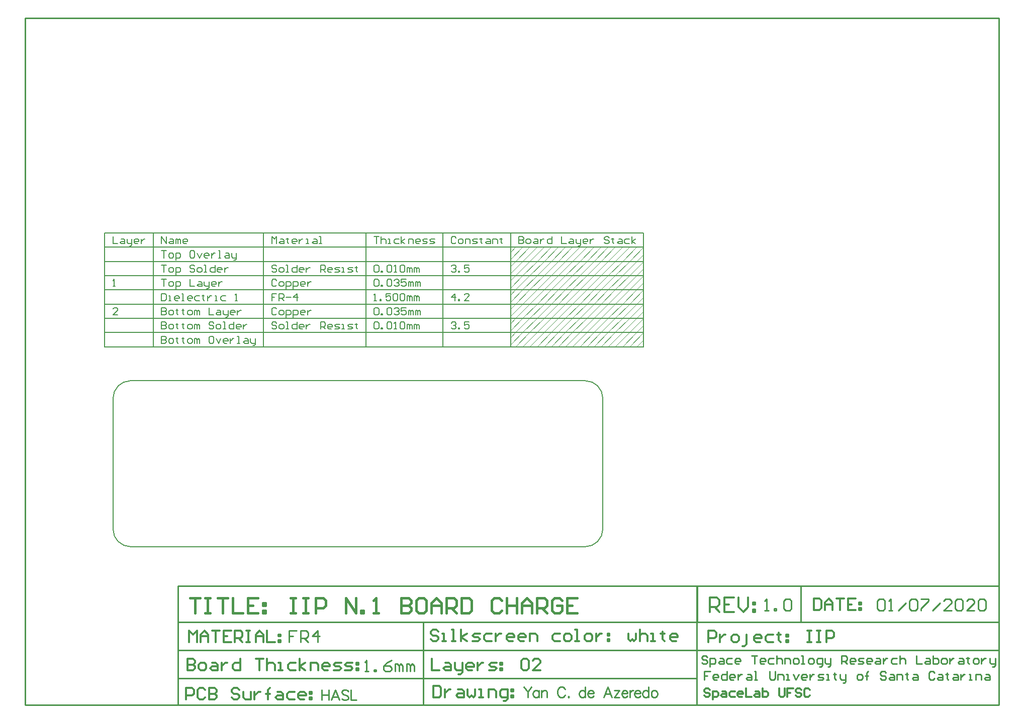
<source format=gm1>
G04*
G04 #@! TF.GenerationSoftware,Altium Limited,Altium Designer,20.2.6 (244)*
G04*
G04 Layer_Color=16711935*
%FSLAX25Y25*%
%MOIN*%
G70*
G04*
G04 #@! TF.SameCoordinates,3E3B523F-315C-4B3F-A4B6-921EA6806A06*
G04*
G04*
G04 #@! TF.FilePolarity,Positive*
G04*
G01*
G75*
%ADD10C,0.00787*%
%ADD11C,0.01000*%
%ADD14C,0.00100*%
%ADD15C,0.01299*%
%ADD16C,0.01378*%
%ADD17C,0.01575*%
D10*
X324803Y98418D02*
G03*
X312985Y110236I-11818J0D01*
G01*
X313050Y0D02*
G03*
X324803Y11754I0J11754D01*
G01*
X0Y11663D02*
G03*
X11663Y0I11663J0D01*
G01*
X11793Y110236D02*
G03*
X0Y98443I0J-11793D01*
G01*
X12696Y110236D02*
X312985D01*
X324803Y11754D02*
Y98418D01*
X11663Y0D02*
X313050D01*
X0Y11663D02*
Y25591D01*
Y92520D01*
X11793Y110236D02*
X12696D01*
X0Y92520D02*
Y98443D01*
X324803Y98418D02*
G03*
X312985Y110236I-11818J0D01*
G01*
X313050Y0D02*
G03*
X324803Y11754I0J11754D01*
G01*
X0Y11663D02*
G03*
X11663Y0I11663J0D01*
G01*
X11793Y110236D02*
G03*
X0Y98443I0J-11793D01*
G01*
X12696Y110236D02*
X312985D01*
X324803Y11754D02*
Y98418D01*
X11663Y0D02*
X313050D01*
X0Y11663D02*
Y25591D01*
Y92520D01*
X11793Y110236D02*
X12696D01*
X0Y92520D02*
Y98443D01*
X-5607Y198819D02*
X351780D01*
X-5607Y208268D02*
X351780D01*
X-5607Y132677D02*
Y208268D01*
Y132677D02*
X26670D01*
X-5607Y142126D02*
X26670D01*
X-5607Y151575D02*
X26670D01*
X-5607Y161024D02*
X26670D01*
X-5607Y170473D02*
X26670D01*
X-5607Y179921D02*
X26670D01*
X-5607Y189370D02*
X26670D01*
Y132677D02*
Y208268D01*
Y132677D02*
X99878D01*
X26670Y142126D02*
X99878D01*
X26670Y151575D02*
X99878D01*
X26670Y161024D02*
X99878D01*
X26670Y170473D02*
X99878D01*
X26670Y179921D02*
X99878D01*
X26670Y189370D02*
X99878D01*
Y132677D02*
Y208268D01*
Y132677D02*
X167577D01*
X99878Y142126D02*
X167577D01*
X99878Y151575D02*
X167577D01*
X99878Y161024D02*
X167577D01*
X99878Y170473D02*
X167577D01*
X99878Y179921D02*
X167577D01*
X99878Y189370D02*
X167577D01*
Y132677D02*
Y208268D01*
Y132677D02*
X218745D01*
X167577Y142126D02*
X218745D01*
X167577Y151575D02*
X218745D01*
X167577Y161024D02*
X218745D01*
X167577Y170473D02*
X218745D01*
X167577Y179921D02*
X218745D01*
X167577Y189370D02*
X218745D01*
Y132677D02*
Y208268D01*
Y132677D02*
X263615D01*
X218745Y142126D02*
X263615D01*
X218745Y151575D02*
X263615D01*
X218745Y161024D02*
X263615D01*
X218745Y170473D02*
X263615D01*
X218745Y179921D02*
X263615D01*
X218745Y189370D02*
X263615D01*
Y132677D02*
Y208268D01*
Y132677D02*
X351780D01*
X263615Y142126D02*
X351780D01*
X263615Y151575D02*
X351780D01*
X263615Y161024D02*
X351780D01*
X263615Y170473D02*
X351780D01*
X263615Y179921D02*
X351780D01*
X263615Y189370D02*
X351780D01*
Y132677D02*
Y208268D01*
X-95Y205904D02*
Y201181D01*
X3054D01*
X5415Y204330D02*
X6990D01*
X7777Y203542D01*
Y201181D01*
X5415D01*
X4628Y201968D01*
X5415Y202755D01*
X7777D01*
X9351Y204330D02*
Y201968D01*
X10138Y201181D01*
X12500D01*
Y200394D01*
X11712Y199607D01*
X10925D01*
X12500Y201181D02*
Y204330D01*
X16435Y201181D02*
X14861D01*
X14074Y201968D01*
Y203542D01*
X14861Y204330D01*
X16435D01*
X17222Y203542D01*
Y202755D01*
X14074D01*
X18797Y204330D02*
Y201181D01*
Y202755D01*
X19584Y203542D01*
X20371Y204330D01*
X21158D01*
X3054Y153937D02*
X-95D01*
X3054Y157086D01*
Y157873D01*
X2267Y158660D01*
X692D01*
X-95Y157873D01*
Y172835D02*
X1480D01*
X692D01*
Y177558D01*
X-95Y176770D01*
X32182Y201181D02*
Y205904D01*
X35331Y201181D01*
Y205904D01*
X37692Y204330D02*
X39266D01*
X40053Y203542D01*
Y201181D01*
X37692D01*
X36905Y201968D01*
X37692Y202755D01*
X40053D01*
X41628Y201181D02*
Y204330D01*
X42415D01*
X43202Y203542D01*
Y201181D01*
Y203542D01*
X43989Y204330D01*
X44776Y203542D01*
Y201181D01*
X48712D02*
X47138D01*
X46350Y201968D01*
Y203542D01*
X47138Y204330D01*
X48712D01*
X49499Y203542D01*
Y202755D01*
X46350D01*
X32182Y139762D02*
Y135039D01*
X34543D01*
X35331Y135827D01*
Y136614D01*
X34543Y137401D01*
X32182D01*
X34543D01*
X35331Y138188D01*
Y138975D01*
X34543Y139762D01*
X32182D01*
X37692Y135039D02*
X39266D01*
X40053Y135827D01*
Y137401D01*
X39266Y138188D01*
X37692D01*
X36905Y137401D01*
Y135827D01*
X37692Y135039D01*
X42415Y138975D02*
Y138188D01*
X41628D01*
X43202D01*
X42415D01*
Y135827D01*
X43202Y135039D01*
X46350Y138975D02*
Y138188D01*
X45563D01*
X47138D01*
X46350D01*
Y135827D01*
X47138Y135039D01*
X50286D02*
X51861D01*
X52648Y135827D01*
Y137401D01*
X51861Y138188D01*
X50286D01*
X49499Y137401D01*
Y135827D01*
X50286Y135039D01*
X54222D02*
Y138188D01*
X55009D01*
X55796Y137401D01*
Y135039D01*
Y137401D01*
X56583Y138188D01*
X57371Y137401D01*
Y135039D01*
X66029Y139762D02*
X64455D01*
X63668Y138975D01*
Y135827D01*
X64455Y135039D01*
X66029D01*
X66816Y135827D01*
Y138975D01*
X66029Y139762D01*
X68391Y138188D02*
X69965Y135039D01*
X71539Y138188D01*
X75475Y135039D02*
X73901D01*
X73114Y135827D01*
Y137401D01*
X73901Y138188D01*
X75475D01*
X76262Y137401D01*
Y136614D01*
X73114D01*
X77836Y138188D02*
Y135039D01*
Y136614D01*
X78623Y137401D01*
X79411Y138188D01*
X80198D01*
X82559Y135039D02*
X84134D01*
X83346D01*
Y139762D01*
X82559D01*
X87282Y138188D02*
X88856D01*
X89644Y137401D01*
Y135039D01*
X87282D01*
X86495Y135827D01*
X87282Y136614D01*
X89644D01*
X91218Y138188D02*
Y135827D01*
X92005Y135039D01*
X94367D01*
Y134252D01*
X93579Y133465D01*
X92792D01*
X94367Y135039D02*
Y138188D01*
X32182Y149211D02*
Y144488D01*
X34543D01*
X35331Y145275D01*
Y146063D01*
X34543Y146850D01*
X32182D01*
X34543D01*
X35331Y147637D01*
Y148424D01*
X34543Y149211D01*
X32182D01*
X37692Y144488D02*
X39266D01*
X40053Y145275D01*
Y146850D01*
X39266Y147637D01*
X37692D01*
X36905Y146850D01*
Y145275D01*
X37692Y144488D01*
X42415Y148424D02*
Y147637D01*
X41628D01*
X43202D01*
X42415D01*
Y145275D01*
X43202Y144488D01*
X46350Y148424D02*
Y147637D01*
X45563D01*
X47138D01*
X46350D01*
Y145275D01*
X47138Y144488D01*
X50286D02*
X51861D01*
X52648Y145275D01*
Y146850D01*
X51861Y147637D01*
X50286D01*
X49499Y146850D01*
Y145275D01*
X50286Y144488D01*
X54222D02*
Y147637D01*
X55009D01*
X55796Y146850D01*
Y144488D01*
Y146850D01*
X56583Y147637D01*
X57371Y146850D01*
Y144488D01*
X66816Y148424D02*
X66029Y149211D01*
X64455D01*
X63668Y148424D01*
Y147637D01*
X64455Y146850D01*
X66029D01*
X66816Y146063D01*
Y145275D01*
X66029Y144488D01*
X64455D01*
X63668Y145275D01*
X69178Y144488D02*
X70752D01*
X71539Y145275D01*
Y146850D01*
X70752Y147637D01*
X69178D01*
X68391Y146850D01*
Y145275D01*
X69178Y144488D01*
X73114D02*
X74688D01*
X73901D01*
Y149211D01*
X73114D01*
X80198D02*
Y144488D01*
X77836D01*
X77049Y145275D01*
Y146850D01*
X77836Y147637D01*
X80198D01*
X84134Y144488D02*
X82559D01*
X81772Y145275D01*
Y146850D01*
X82559Y147637D01*
X84134D01*
X84921Y146850D01*
Y146063D01*
X81772D01*
X86495Y147637D02*
Y144488D01*
Y146063D01*
X87282Y146850D01*
X88069Y147637D01*
X88856D01*
X32182Y158660D02*
Y153937D01*
X34543D01*
X35331Y154724D01*
Y155511D01*
X34543Y156298D01*
X32182D01*
X34543D01*
X35331Y157086D01*
Y157873D01*
X34543Y158660D01*
X32182D01*
X37692Y153937D02*
X39266D01*
X40053Y154724D01*
Y156298D01*
X39266Y157086D01*
X37692D01*
X36905Y156298D01*
Y154724D01*
X37692Y153937D01*
X42415Y157873D02*
Y157086D01*
X41628D01*
X43202D01*
X42415D01*
Y154724D01*
X43202Y153937D01*
X46350Y157873D02*
Y157086D01*
X45563D01*
X47138D01*
X46350D01*
Y154724D01*
X47138Y153937D01*
X50286D02*
X51861D01*
X52648Y154724D01*
Y156298D01*
X51861Y157086D01*
X50286D01*
X49499Y156298D01*
Y154724D01*
X50286Y153937D01*
X54222D02*
Y157086D01*
X55009D01*
X55796Y156298D01*
Y153937D01*
Y156298D01*
X56583Y157086D01*
X57371Y156298D01*
Y153937D01*
X63668Y158660D02*
Y153937D01*
X66816D01*
X69178Y157086D02*
X70752D01*
X71539Y156298D01*
Y153937D01*
X69178D01*
X68391Y154724D01*
X69178Y155511D01*
X71539D01*
X73114Y157086D02*
Y154724D01*
X73901Y153937D01*
X76262D01*
Y153150D01*
X75475Y152363D01*
X74688D01*
X76262Y153937D02*
Y157086D01*
X80198Y153937D02*
X78623D01*
X77836Y154724D01*
Y156298D01*
X78623Y157086D01*
X80198D01*
X80985Y156298D01*
Y155511D01*
X77836D01*
X82559Y157086D02*
Y153937D01*
Y155511D01*
X83346Y156298D01*
X84134Y157086D01*
X84921D01*
X32182Y168109D02*
Y163386D01*
X34543D01*
X35331Y164173D01*
Y167322D01*
X34543Y168109D01*
X32182D01*
X36905Y163386D02*
X38479D01*
X37692D01*
Y166534D01*
X36905D01*
X43202Y163386D02*
X41628D01*
X40841Y164173D01*
Y165747D01*
X41628Y166534D01*
X43202D01*
X43989Y165747D01*
Y164960D01*
X40841D01*
X45563Y163386D02*
X47138D01*
X46350D01*
Y168109D01*
X45563D01*
X51861Y163386D02*
X50286D01*
X49499Y164173D01*
Y165747D01*
X50286Y166534D01*
X51861D01*
X52648Y165747D01*
Y164960D01*
X49499D01*
X57371Y166534D02*
X55009D01*
X54222Y165747D01*
Y164173D01*
X55009Y163386D01*
X57371D01*
X59732Y167322D02*
Y166534D01*
X58945D01*
X60519D01*
X59732D01*
Y164173D01*
X60519Y163386D01*
X62881Y166534D02*
Y163386D01*
Y164960D01*
X63668Y165747D01*
X64455Y166534D01*
X65242D01*
X67603Y163386D02*
X69178D01*
X68391D01*
Y166534D01*
X67603D01*
X74688D02*
X72326D01*
X71539Y165747D01*
Y164173D01*
X72326Y163386D01*
X74688D01*
X80985D02*
X82559D01*
X81772D01*
Y168109D01*
X80985Y167322D01*
X32182Y177558D02*
X35331D01*
X33756D01*
Y172835D01*
X37692D02*
X39266D01*
X40053Y173622D01*
Y175196D01*
X39266Y175983D01*
X37692D01*
X36905Y175196D01*
Y173622D01*
X37692Y172835D01*
X41628Y171260D02*
Y175983D01*
X43989D01*
X44776Y175196D01*
Y173622D01*
X43989Y172835D01*
X41628D01*
X51073Y177558D02*
Y172835D01*
X54222D01*
X56583Y175983D02*
X58158D01*
X58945Y175196D01*
Y172835D01*
X56583D01*
X55796Y173622D01*
X56583Y174409D01*
X58945D01*
X60519Y175983D02*
Y173622D01*
X61306Y172835D01*
X63668D01*
Y172047D01*
X62881Y171260D01*
X62093D01*
X63668Y172835D02*
Y175983D01*
X67603Y172835D02*
X66029D01*
X65242Y173622D01*
Y175196D01*
X66029Y175983D01*
X67603D01*
X68391Y175196D01*
Y174409D01*
X65242D01*
X69965Y175983D02*
Y172835D01*
Y174409D01*
X70752Y175196D01*
X71539Y175983D01*
X72326D01*
X32182Y187006D02*
X35331D01*
X33756D01*
Y182283D01*
X37692D02*
X39266D01*
X40053Y183071D01*
Y184645D01*
X39266Y185432D01*
X37692D01*
X36905Y184645D01*
Y183071D01*
X37692Y182283D01*
X41628Y180709D02*
Y185432D01*
X43989D01*
X44776Y184645D01*
Y183071D01*
X43989Y182283D01*
X41628D01*
X54222Y186219D02*
X53435Y187006D01*
X51860D01*
X51073Y186219D01*
Y185432D01*
X51860Y184645D01*
X53435D01*
X54222Y183858D01*
Y183071D01*
X53435Y182283D01*
X51860D01*
X51073Y183071D01*
X56583Y182283D02*
X58158D01*
X58945Y183071D01*
Y184645D01*
X58158Y185432D01*
X56583D01*
X55796Y184645D01*
Y183071D01*
X56583Y182283D01*
X60519D02*
X62093D01*
X61306D01*
Y187006D01*
X60519D01*
X67603D02*
Y182283D01*
X65242D01*
X64455Y183071D01*
Y184645D01*
X65242Y185432D01*
X67603D01*
X71539Y182283D02*
X69965D01*
X69178Y183071D01*
Y184645D01*
X69965Y185432D01*
X71539D01*
X72326Y184645D01*
Y183858D01*
X69178D01*
X73901Y185432D02*
Y182283D01*
Y183858D01*
X74688Y184645D01*
X75475Y185432D01*
X76262D01*
X32182Y196455D02*
X35331D01*
X33756D01*
Y191732D01*
X37692D02*
X39266D01*
X40053Y192519D01*
Y194094D01*
X39266Y194881D01*
X37692D01*
X36905Y194094D01*
Y192519D01*
X37692Y191732D01*
X41628Y190158D02*
Y194881D01*
X43989D01*
X44776Y194094D01*
Y192519D01*
X43989Y191732D01*
X41628D01*
X53435Y196455D02*
X51860D01*
X51073Y195668D01*
Y192519D01*
X51860Y191732D01*
X53435D01*
X54222Y192519D01*
Y195668D01*
X53435Y196455D01*
X55796Y194881D02*
X57371Y191732D01*
X58945Y194881D01*
X62881Y191732D02*
X61306D01*
X60519Y192519D01*
Y194094D01*
X61306Y194881D01*
X62881D01*
X63668Y194094D01*
Y193307D01*
X60519D01*
X65242Y194881D02*
Y191732D01*
Y193307D01*
X66029Y194094D01*
X66816Y194881D01*
X67603D01*
X69965Y191732D02*
X71539D01*
X70752D01*
Y196455D01*
X69965D01*
X74688Y194881D02*
X76262D01*
X77049Y194094D01*
Y191732D01*
X74688D01*
X73901Y192519D01*
X74688Y193307D01*
X77049D01*
X78623Y194881D02*
Y192519D01*
X79411Y191732D01*
X81772D01*
Y190945D01*
X80985Y190158D01*
X80198D01*
X81772Y191732D02*
Y194881D01*
X105390Y201181D02*
Y205904D01*
X106964Y204330D01*
X108539Y205904D01*
Y201181D01*
X110900Y204330D02*
X112474D01*
X113262Y203542D01*
Y201181D01*
X110900D01*
X110113Y201968D01*
X110900Y202755D01*
X113262D01*
X115623Y205117D02*
Y204330D01*
X114836D01*
X116410D01*
X115623D01*
Y201968D01*
X116410Y201181D01*
X121133D02*
X119559D01*
X118772Y201968D01*
Y203542D01*
X119559Y204330D01*
X121133D01*
X121920Y203542D01*
Y202755D01*
X118772D01*
X123495Y204330D02*
Y201181D01*
Y202755D01*
X124282Y203542D01*
X125069Y204330D01*
X125856D01*
X128217Y201181D02*
X129792D01*
X129005D01*
Y204330D01*
X128217D01*
X132940D02*
X134514D01*
X135302Y203542D01*
Y201181D01*
X132940D01*
X132153Y201968D01*
X132940Y202755D01*
X135302D01*
X136876Y201181D02*
X138450D01*
X137663D01*
Y205904D01*
X136876D01*
X108539Y148424D02*
X107752Y149211D01*
X106177D01*
X105390Y148424D01*
Y147637D01*
X106177Y146850D01*
X107752D01*
X108539Y146063D01*
Y145275D01*
X107752Y144488D01*
X106177D01*
X105390Y145275D01*
X110900Y144488D02*
X112474D01*
X113262Y145275D01*
Y146850D01*
X112474Y147637D01*
X110900D01*
X110113Y146850D01*
Y145275D01*
X110900Y144488D01*
X114836D02*
X116410D01*
X115623D01*
Y149211D01*
X114836D01*
X121920D02*
Y144488D01*
X119559D01*
X118772Y145275D01*
Y146850D01*
X119559Y147637D01*
X121920D01*
X125856Y144488D02*
X124282D01*
X123495Y145275D01*
Y146850D01*
X124282Y147637D01*
X125856D01*
X126643Y146850D01*
Y146063D01*
X123495D01*
X128217Y147637D02*
Y144488D01*
Y146063D01*
X129005Y146850D01*
X129792Y147637D01*
X130579D01*
X137663Y144488D02*
Y149211D01*
X140025D01*
X140812Y148424D01*
Y146850D01*
X140025Y146063D01*
X137663D01*
X139237D02*
X140812Y144488D01*
X144747D02*
X143173D01*
X142386Y145275D01*
Y146850D01*
X143173Y147637D01*
X144747D01*
X145535Y146850D01*
Y146063D01*
X142386D01*
X147109Y144488D02*
X149470D01*
X150258Y145275D01*
X149470Y146063D01*
X147896D01*
X147109Y146850D01*
X147896Y147637D01*
X150258D01*
X151832Y144488D02*
X153406D01*
X152619D01*
Y147637D01*
X151832D01*
X155768Y144488D02*
X158129D01*
X158916Y145275D01*
X158129Y146063D01*
X156555D01*
X155768Y146850D01*
X156555Y147637D01*
X158916D01*
X161277Y148424D02*
Y147637D01*
X160490D01*
X162065D01*
X161277D01*
Y145275D01*
X162065Y144488D01*
X108539Y157873D02*
X107752Y158660D01*
X106177D01*
X105390Y157873D01*
Y154724D01*
X106177Y153937D01*
X107752D01*
X108539Y154724D01*
X110900Y153937D02*
X112474D01*
X113262Y154724D01*
Y156298D01*
X112474Y157086D01*
X110900D01*
X110113Y156298D01*
Y154724D01*
X110900Y153937D01*
X114836Y152363D02*
Y157086D01*
X117197D01*
X117984Y156298D01*
Y154724D01*
X117197Y153937D01*
X114836D01*
X119559Y152363D02*
Y157086D01*
X121920D01*
X122707Y156298D01*
Y154724D01*
X121920Y153937D01*
X119559D01*
X126643D02*
X125069D01*
X124282Y154724D01*
Y156298D01*
X125069Y157086D01*
X126643D01*
X127430Y156298D01*
Y155511D01*
X124282D01*
X129005Y157086D02*
Y153937D01*
Y155511D01*
X129792Y156298D01*
X130579Y157086D01*
X131366D01*
X108539Y168109D02*
X105390D01*
Y165747D01*
X106964D01*
X105390D01*
Y163386D01*
X110113D02*
Y168109D01*
X112474D01*
X113262Y167322D01*
Y165747D01*
X112474Y164960D01*
X110113D01*
X111687D02*
X113262Y163386D01*
X114836Y165747D02*
X117984D01*
X121920Y163386D02*
Y168109D01*
X119559Y165747D01*
X122707D01*
X108539Y176770D02*
X107752Y177558D01*
X106177D01*
X105390Y176770D01*
Y173622D01*
X106177Y172835D01*
X107752D01*
X108539Y173622D01*
X110900Y172835D02*
X112474D01*
X113262Y173622D01*
Y175196D01*
X112474Y175983D01*
X110900D01*
X110113Y175196D01*
Y173622D01*
X110900Y172835D01*
X114836Y171260D02*
Y175983D01*
X117197D01*
X117984Y175196D01*
Y173622D01*
X117197Y172835D01*
X114836D01*
X119559Y171260D02*
Y175983D01*
X121920D01*
X122707Y175196D01*
Y173622D01*
X121920Y172835D01*
X119559D01*
X126643D02*
X125069D01*
X124282Y173622D01*
Y175196D01*
X125069Y175983D01*
X126643D01*
X127430Y175196D01*
Y174409D01*
X124282D01*
X129005Y175983D02*
Y172835D01*
Y174409D01*
X129792Y175196D01*
X130579Y175983D01*
X131366D01*
X108539Y186219D02*
X107752Y187006D01*
X106177D01*
X105390Y186219D01*
Y185432D01*
X106177Y184645D01*
X107752D01*
X108539Y183858D01*
Y183071D01*
X107752Y182283D01*
X106177D01*
X105390Y183071D01*
X110900Y182283D02*
X112474D01*
X113262Y183071D01*
Y184645D01*
X112474Y185432D01*
X110900D01*
X110113Y184645D01*
Y183071D01*
X110900Y182283D01*
X114836D02*
X116410D01*
X115623D01*
Y187006D01*
X114836D01*
X121920D02*
Y182283D01*
X119559D01*
X118772Y183071D01*
Y184645D01*
X119559Y185432D01*
X121920D01*
X125856Y182283D02*
X124282D01*
X123495Y183071D01*
Y184645D01*
X124282Y185432D01*
X125856D01*
X126643Y184645D01*
Y183858D01*
X123495D01*
X128217Y185432D02*
Y182283D01*
Y183858D01*
X129005Y184645D01*
X129792Y185432D01*
X130579D01*
X137663Y182283D02*
Y187006D01*
X140025D01*
X140812Y186219D01*
Y184645D01*
X140025Y183858D01*
X137663D01*
X139237D02*
X140812Y182283D01*
X144747D02*
X143173D01*
X142386Y183071D01*
Y184645D01*
X143173Y185432D01*
X144747D01*
X145535Y184645D01*
Y183858D01*
X142386D01*
X147109Y182283D02*
X149470D01*
X150258Y183071D01*
X149470Y183858D01*
X147896D01*
X147109Y184645D01*
X147896Y185432D01*
X150258D01*
X151832Y182283D02*
X153406D01*
X152619D01*
Y185432D01*
X151832D01*
X155768Y182283D02*
X158129D01*
X158916Y183071D01*
X158129Y183858D01*
X156555D01*
X155768Y184645D01*
X156555Y185432D01*
X158916D01*
X161277Y186219D02*
Y185432D01*
X160490D01*
X162065D01*
X161277D01*
Y183071D01*
X162065Y182283D01*
X173088Y205904D02*
X176237D01*
X174663D01*
Y201181D01*
X177811Y205904D02*
Y201181D01*
Y203542D01*
X178598Y204330D01*
X180173D01*
X180960Y203542D01*
Y201181D01*
X182534D02*
X184108D01*
X183321D01*
Y204330D01*
X182534D01*
X189618D02*
X187257D01*
X186470Y203542D01*
Y201968D01*
X187257Y201181D01*
X189618D01*
X191193D02*
Y205904D01*
Y202755D02*
X193554Y204330D01*
X191193Y202755D02*
X193554Y201181D01*
X195916D02*
Y204330D01*
X198277D01*
X199064Y203542D01*
Y201181D01*
X203000D02*
X201426D01*
X200638Y201968D01*
Y203542D01*
X201426Y204330D01*
X203000D01*
X203787Y203542D01*
Y202755D01*
X200638D01*
X205361Y201181D02*
X207723D01*
X208510Y201968D01*
X207723Y202755D01*
X206149D01*
X205361Y203542D01*
X206149Y204330D01*
X208510D01*
X210084Y201181D02*
X212446D01*
X213233Y201968D01*
X212446Y202755D01*
X210871D01*
X210084Y203542D01*
X210871Y204330D01*
X213233D01*
X173088Y148424D02*
X173875Y149211D01*
X175450D01*
X176237Y148424D01*
Y145275D01*
X175450Y144488D01*
X173875D01*
X173088Y145275D01*
Y148424D01*
X177811Y144488D02*
Y145275D01*
X178598D01*
Y144488D01*
X177811D01*
X181747Y148424D02*
X182534Y149211D01*
X184108D01*
X184896Y148424D01*
Y145275D01*
X184108Y144488D01*
X182534D01*
X181747Y145275D01*
Y148424D01*
X186470Y144488D02*
X188044D01*
X187257D01*
Y149211D01*
X186470Y148424D01*
X190405D02*
X191193Y149211D01*
X192767D01*
X193554Y148424D01*
Y145275D01*
X192767Y144488D01*
X191193D01*
X190405Y145275D01*
Y148424D01*
X195128Y144488D02*
Y147637D01*
X195916D01*
X196703Y146850D01*
Y144488D01*
Y146850D01*
X197490Y147637D01*
X198277Y146850D01*
Y144488D01*
X199851D02*
Y147637D01*
X200638D01*
X201426Y146850D01*
Y144488D01*
Y146850D01*
X202213Y147637D01*
X203000Y146850D01*
Y144488D01*
X173088Y157873D02*
X173875Y158660D01*
X175450D01*
X176237Y157873D01*
Y154724D01*
X175450Y153937D01*
X173875D01*
X173088Y154724D01*
Y157873D01*
X177811Y153937D02*
Y154724D01*
X178598D01*
Y153937D01*
X177811D01*
X181747Y157873D02*
X182534Y158660D01*
X184108D01*
X184896Y157873D01*
Y154724D01*
X184108Y153937D01*
X182534D01*
X181747Y154724D01*
Y157873D01*
X186470D02*
X187257Y158660D01*
X188831D01*
X189618Y157873D01*
Y157086D01*
X188831Y156298D01*
X188044D01*
X188831D01*
X189618Y155511D01*
Y154724D01*
X188831Y153937D01*
X187257D01*
X186470Y154724D01*
X194341Y158660D02*
X191193D01*
Y156298D01*
X192767Y157086D01*
X193554D01*
X194341Y156298D01*
Y154724D01*
X193554Y153937D01*
X191980D01*
X191193Y154724D01*
X195916Y153937D02*
Y157086D01*
X196703D01*
X197490Y156298D01*
Y153937D01*
Y156298D01*
X198277Y157086D01*
X199064Y156298D01*
Y153937D01*
X200638D02*
Y157086D01*
X201426D01*
X202213Y156298D01*
Y153937D01*
Y156298D01*
X203000Y157086D01*
X203787Y156298D01*
Y153937D01*
X173088Y163386D02*
X174663D01*
X173875D01*
Y168109D01*
X173088Y167322D01*
X177024Y163386D02*
Y164173D01*
X177811D01*
Y163386D01*
X177024D01*
X184108Y168109D02*
X180960D01*
Y165747D01*
X182534Y166534D01*
X183321D01*
X184108Y165747D01*
Y164173D01*
X183321Y163386D01*
X181747D01*
X180960Y164173D01*
X185683Y167322D02*
X186470Y168109D01*
X188044D01*
X188831Y167322D01*
Y164173D01*
X188044Y163386D01*
X186470D01*
X185683Y164173D01*
Y167322D01*
X190405D02*
X191193Y168109D01*
X192767D01*
X193554Y167322D01*
Y164173D01*
X192767Y163386D01*
X191193D01*
X190405Y164173D01*
Y167322D01*
X195128Y163386D02*
Y166534D01*
X195916D01*
X196703Y165747D01*
Y163386D01*
Y165747D01*
X197490Y166534D01*
X198277Y165747D01*
Y163386D01*
X199851D02*
Y166534D01*
X200638D01*
X201426Y165747D01*
Y163386D01*
Y165747D01*
X202213Y166534D01*
X203000Y165747D01*
Y163386D01*
X173088Y176770D02*
X173875Y177558D01*
X175450D01*
X176237Y176770D01*
Y173622D01*
X175450Y172835D01*
X173875D01*
X173088Y173622D01*
Y176770D01*
X177811Y172835D02*
Y173622D01*
X178598D01*
Y172835D01*
X177811D01*
X181747Y176770D02*
X182534Y177558D01*
X184108D01*
X184896Y176770D01*
Y173622D01*
X184108Y172835D01*
X182534D01*
X181747Y173622D01*
Y176770D01*
X186470D02*
X187257Y177558D01*
X188831D01*
X189618Y176770D01*
Y175983D01*
X188831Y175196D01*
X188044D01*
X188831D01*
X189618Y174409D01*
Y173622D01*
X188831Y172835D01*
X187257D01*
X186470Y173622D01*
X194341Y177558D02*
X191193D01*
Y175196D01*
X192767Y175983D01*
X193554D01*
X194341Y175196D01*
Y173622D01*
X193554Y172835D01*
X191980D01*
X191193Y173622D01*
X195916Y172835D02*
Y175983D01*
X196703D01*
X197490Y175196D01*
Y172835D01*
Y175196D01*
X198277Y175983D01*
X199064Y175196D01*
Y172835D01*
X200638D02*
Y175983D01*
X201426D01*
X202213Y175196D01*
Y172835D01*
Y175196D01*
X203000Y175983D01*
X203787Y175196D01*
Y172835D01*
X173088Y186219D02*
X173875Y187006D01*
X175450D01*
X176237Y186219D01*
Y183071D01*
X175450Y182283D01*
X173875D01*
X173088Y183071D01*
Y186219D01*
X177811Y182283D02*
Y183071D01*
X178598D01*
Y182283D01*
X177811D01*
X181747Y186219D02*
X182534Y187006D01*
X184108D01*
X184896Y186219D01*
Y183071D01*
X184108Y182283D01*
X182534D01*
X181747Y183071D01*
Y186219D01*
X186470Y182283D02*
X188044D01*
X187257D01*
Y187006D01*
X186470Y186219D01*
X190405D02*
X191193Y187006D01*
X192767D01*
X193554Y186219D01*
Y183071D01*
X192767Y182283D01*
X191193D01*
X190405Y183071D01*
Y186219D01*
X195128Y182283D02*
Y185432D01*
X195916D01*
X196703Y184645D01*
Y182283D01*
Y184645D01*
X197490Y185432D01*
X198277Y184645D01*
Y182283D01*
X199851D02*
Y185432D01*
X200638D01*
X201426Y184645D01*
Y182283D01*
Y184645D01*
X202213Y185432D01*
X203000Y184645D01*
Y182283D01*
X227405Y205117D02*
X226618Y205904D01*
X225044D01*
X224256Y205117D01*
Y201968D01*
X225044Y201181D01*
X226618D01*
X227405Y201968D01*
X229766Y201181D02*
X231341D01*
X232128Y201968D01*
Y203542D01*
X231341Y204330D01*
X229766D01*
X228979Y203542D01*
Y201968D01*
X229766Y201181D01*
X233702D02*
Y204330D01*
X236064D01*
X236851Y203542D01*
Y201181D01*
X238425D02*
X240787D01*
X241574Y201968D01*
X240787Y202755D01*
X239212D01*
X238425Y203542D01*
X239212Y204330D01*
X241574D01*
X243935Y205117D02*
Y204330D01*
X243148D01*
X244722D01*
X243935D01*
Y201968D01*
X244722Y201181D01*
X247871Y204330D02*
X249445D01*
X250232Y203542D01*
Y201181D01*
X247871D01*
X247084Y201968D01*
X247871Y202755D01*
X250232D01*
X251806Y201181D02*
Y204330D01*
X254168D01*
X254955Y203542D01*
Y201181D01*
X257317Y205117D02*
Y204330D01*
X256529D01*
X258104D01*
X257317D01*
Y201968D01*
X258104Y201181D01*
X224256Y148424D02*
X225044Y149211D01*
X226618D01*
X227405Y148424D01*
Y147637D01*
X226618Y146850D01*
X225831D01*
X226618D01*
X227405Y146063D01*
Y145275D01*
X226618Y144488D01*
X225044D01*
X224256Y145275D01*
X228979Y144488D02*
Y145275D01*
X229766D01*
Y144488D01*
X228979D01*
X236064Y149211D02*
X232915D01*
Y146850D01*
X234489Y147637D01*
X235277D01*
X236064Y146850D01*
Y145275D01*
X235277Y144488D01*
X233702D01*
X232915Y145275D01*
X226618Y163386D02*
Y168109D01*
X224256Y165747D01*
X227405D01*
X228979Y163386D02*
Y164173D01*
X229766D01*
Y163386D01*
X228979D01*
X236064D02*
X232915D01*
X236064Y166534D01*
Y167322D01*
X235277Y168109D01*
X233702D01*
X232915Y167322D01*
X224256Y186219D02*
X225044Y187006D01*
X226618D01*
X227405Y186219D01*
Y185432D01*
X226618Y184645D01*
X225831D01*
X226618D01*
X227405Y183858D01*
Y183071D01*
X226618Y182283D01*
X225044D01*
X224256Y183071D01*
X228979Y182283D02*
Y183071D01*
X229766D01*
Y182283D01*
X228979D01*
X236064Y187006D02*
X232915D01*
Y184645D01*
X234489Y185432D01*
X235277D01*
X236064Y184645D01*
Y183071D01*
X235277Y182283D01*
X233702D01*
X232915Y183071D01*
X269127Y205904D02*
Y201181D01*
X271489D01*
X272276Y201968D01*
Y202755D01*
X271489Y203542D01*
X269127D01*
X271489D01*
X272276Y204330D01*
Y205117D01*
X271489Y205904D01*
X269127D01*
X274637Y201181D02*
X276212D01*
X276999Y201968D01*
Y203542D01*
X276212Y204330D01*
X274637D01*
X273850Y203542D01*
Y201968D01*
X274637Y201181D01*
X279360Y204330D02*
X280935D01*
X281722Y203542D01*
Y201181D01*
X279360D01*
X278573Y201968D01*
X279360Y202755D01*
X281722D01*
X283296Y204330D02*
Y201181D01*
Y202755D01*
X284083Y203542D01*
X284870Y204330D01*
X285657D01*
X291167Y205904D02*
Y201181D01*
X288806D01*
X288019Y201968D01*
Y203542D01*
X288806Y204330D01*
X291167D01*
X297465Y205904D02*
Y201181D01*
X300613D01*
X302975Y204330D02*
X304549D01*
X305336Y203542D01*
Y201181D01*
X302975D01*
X302187Y201968D01*
X302975Y202755D01*
X305336D01*
X306910Y204330D02*
Y201968D01*
X307698Y201181D01*
X310059D01*
Y200394D01*
X309272Y199607D01*
X308485D01*
X310059Y201181D02*
Y204330D01*
X313995Y201181D02*
X312420D01*
X311633Y201968D01*
Y203542D01*
X312420Y204330D01*
X313995D01*
X314782Y203542D01*
Y202755D01*
X311633D01*
X316356Y204330D02*
Y201181D01*
Y202755D01*
X317143Y203542D01*
X317930Y204330D01*
X318718D01*
X328951Y205117D02*
X328163Y205904D01*
X326589D01*
X325802Y205117D01*
Y204330D01*
X326589Y203542D01*
X328163D01*
X328951Y202755D01*
Y201968D01*
X328163Y201181D01*
X326589D01*
X325802Y201968D01*
X331312Y205117D02*
Y204330D01*
X330525D01*
X332099D01*
X331312D01*
Y201968D01*
X332099Y201181D01*
X335248Y204330D02*
X336822D01*
X337609Y203542D01*
Y201181D01*
X335248D01*
X334460Y201968D01*
X335248Y202755D01*
X337609D01*
X342332Y204330D02*
X339970D01*
X339183Y203542D01*
Y201968D01*
X339970Y201181D01*
X342332D01*
X343906D02*
Y205904D01*
Y202755D02*
X346268Y204330D01*
X343906Y202755D02*
X346268Y201181D01*
D11*
X456091Y-49502D02*
Y-25886D01*
X387303Y-49559D02*
Y-25937D01*
X587402Y-104764D02*
Y350934D01*
X-58268Y-105118D02*
Y350934D01*
X587402D01*
X42913Y-25937D02*
X587095D01*
X43406Y-49895D02*
X586672Y-49895D01*
X43209Y-68645D02*
X587095Y-68645D01*
X387095Y-104724D02*
Y-26133D01*
X43209Y-87395D02*
X386811Y-87395D01*
X205845Y-104823D02*
Y-49895D01*
X42913Y-105118D02*
Y-25937D01*
X-58268Y-105118D02*
X587402D01*
X395898Y-82876D02*
X392224D01*
Y-85631D01*
X394061D01*
X392224D01*
Y-88386D01*
X400489D02*
X398653D01*
X397734Y-87467D01*
Y-85631D01*
X398653Y-84712D01*
X400489D01*
X401408Y-85631D01*
Y-86549D01*
X397734D01*
X406918Y-82876D02*
Y-88386D01*
X404163D01*
X403244Y-87467D01*
Y-85631D01*
X404163Y-84712D01*
X406918D01*
X411510Y-88386D02*
X409673D01*
X408754Y-87467D01*
Y-85631D01*
X409673Y-84712D01*
X411510D01*
X412428Y-85631D01*
Y-86549D01*
X408754D01*
X414264Y-84712D02*
Y-88386D01*
Y-86549D01*
X415183Y-85631D01*
X416101Y-84712D01*
X417020D01*
X420693D02*
X422530D01*
X423448Y-85631D01*
Y-88386D01*
X420693D01*
X419775Y-87467D01*
X420693Y-86549D01*
X423448D01*
X425285Y-88386D02*
X427121D01*
X426203D01*
Y-82876D01*
X425285D01*
X435386D02*
Y-87467D01*
X436305Y-88386D01*
X438141D01*
X439060Y-87467D01*
Y-82876D01*
X440896Y-88386D02*
Y-84712D01*
X443651D01*
X444570Y-85631D01*
Y-88386D01*
X446406D02*
X448243D01*
X447325D01*
Y-84712D01*
X446406D01*
X450998D02*
X452835Y-88386D01*
X454671Y-84712D01*
X459263Y-88386D02*
X457426D01*
X456508Y-87467D01*
Y-85631D01*
X457426Y-84712D01*
X459263D01*
X460181Y-85631D01*
Y-86549D01*
X456508D01*
X462018Y-84712D02*
Y-88386D01*
Y-86549D01*
X462936Y-85631D01*
X463855Y-84712D01*
X464773D01*
X467528Y-88386D02*
X470283D01*
X471202Y-87467D01*
X470283Y-86549D01*
X468446D01*
X467528Y-85631D01*
X468446Y-84712D01*
X471202D01*
X473038Y-88386D02*
X474875D01*
X473956D01*
Y-84712D01*
X473038D01*
X478548Y-83794D02*
Y-84712D01*
X477630D01*
X479467D01*
X478548D01*
Y-87467D01*
X479467Y-88386D01*
X482222Y-84712D02*
Y-87467D01*
X483140Y-88386D01*
X485895D01*
Y-89304D01*
X484977Y-90223D01*
X484058D01*
X485895Y-88386D02*
Y-84712D01*
X494160Y-88386D02*
X495997D01*
X496915Y-87467D01*
Y-85631D01*
X495997Y-84712D01*
X494160D01*
X493242Y-85631D01*
Y-87467D01*
X494160Y-88386D01*
X499670D02*
Y-83794D01*
Y-85631D01*
X498752D01*
X500588D01*
X499670D01*
Y-83794D01*
X500588Y-82876D01*
X512527Y-83794D02*
X511608Y-82876D01*
X509772D01*
X508853Y-83794D01*
Y-84712D01*
X509772Y-85631D01*
X511608D01*
X512527Y-86549D01*
Y-87467D01*
X511608Y-88386D01*
X509772D01*
X508853Y-87467D01*
X515282Y-84712D02*
X517118D01*
X518037Y-85631D01*
Y-88386D01*
X515282D01*
X514363Y-87467D01*
X515282Y-86549D01*
X518037D01*
X519873Y-88386D02*
Y-84712D01*
X522628D01*
X523547Y-85631D01*
Y-88386D01*
X526302Y-83794D02*
Y-84712D01*
X525384D01*
X527220D01*
X526302D01*
Y-87467D01*
X527220Y-88386D01*
X530894Y-84712D02*
X532730D01*
X533648Y-85631D01*
Y-88386D01*
X530894D01*
X529975Y-87467D01*
X530894Y-86549D01*
X533648D01*
X544669Y-83794D02*
X543750Y-82876D01*
X541914D01*
X540995Y-83794D01*
Y-87467D01*
X541914Y-88386D01*
X543750D01*
X544669Y-87467D01*
X547424Y-84712D02*
X549260D01*
X550179Y-85631D01*
Y-88386D01*
X547424D01*
X546505Y-87467D01*
X547424Y-86549D01*
X550179D01*
X552934Y-83794D02*
Y-84712D01*
X552015D01*
X553852D01*
X552934D01*
Y-87467D01*
X553852Y-88386D01*
X557525Y-84712D02*
X559362D01*
X560280Y-85631D01*
Y-88386D01*
X557525D01*
X556607Y-87467D01*
X557525Y-86549D01*
X560280D01*
X562117Y-84712D02*
Y-88386D01*
Y-86549D01*
X563035Y-85631D01*
X563954Y-84712D01*
X564872D01*
X567627Y-88386D02*
X569464D01*
X568545D01*
Y-84712D01*
X567627D01*
X572219Y-88386D02*
Y-84712D01*
X574974D01*
X575892Y-85631D01*
Y-88386D01*
X578647Y-84712D02*
X580484D01*
X581402Y-85631D01*
Y-88386D01*
X578647D01*
X577729Y-87467D01*
X578647Y-86549D01*
X581402D01*
X394028Y-73263D02*
X393109Y-72344D01*
X391273D01*
X390354Y-73263D01*
Y-74181D01*
X391273Y-75099D01*
X393109D01*
X394028Y-76018D01*
Y-76936D01*
X393109Y-77854D01*
X391273D01*
X390354Y-76936D01*
X395864Y-79691D02*
Y-74181D01*
X398619D01*
X399538Y-75099D01*
Y-76936D01*
X398619Y-77854D01*
X395864D01*
X402293Y-74181D02*
X404129D01*
X405048Y-75099D01*
Y-77854D01*
X402293D01*
X401374Y-76936D01*
X402293Y-76018D01*
X405048D01*
X410558Y-74181D02*
X407803D01*
X406884Y-75099D01*
Y-76936D01*
X407803Y-77854D01*
X410558D01*
X415149D02*
X413313D01*
X412394Y-76936D01*
Y-75099D01*
X413313Y-74181D01*
X415149D01*
X416068Y-75099D01*
Y-76018D01*
X412394D01*
X423415Y-72344D02*
X427088D01*
X425251D01*
Y-77854D01*
X431680D02*
X429843D01*
X428925Y-76936D01*
Y-75099D01*
X429843Y-74181D01*
X431680D01*
X432598Y-75099D01*
Y-76018D01*
X428925D01*
X438108Y-74181D02*
X435353D01*
X434435Y-75099D01*
Y-76936D01*
X435353Y-77854D01*
X438108D01*
X439945Y-72344D02*
Y-77854D01*
Y-75099D01*
X440863Y-74181D01*
X442700D01*
X443618Y-75099D01*
Y-77854D01*
X445455D02*
Y-74181D01*
X448210D01*
X449128Y-75099D01*
Y-77854D01*
X451883D02*
X453720D01*
X454638Y-76936D01*
Y-75099D01*
X453720Y-74181D01*
X451883D01*
X450965Y-75099D01*
Y-76936D01*
X451883Y-77854D01*
X456475D02*
X458311D01*
X457393D01*
Y-72344D01*
X456475D01*
X461985Y-77854D02*
X463821D01*
X464740Y-76936D01*
Y-75099D01*
X463821Y-74181D01*
X461985D01*
X461066Y-75099D01*
Y-76936D01*
X461985Y-77854D01*
X468413Y-79691D02*
X469331D01*
X470250Y-78773D01*
Y-74181D01*
X467495D01*
X466576Y-75099D01*
Y-76936D01*
X467495Y-77854D01*
X470250D01*
X472086Y-74181D02*
Y-76936D01*
X473005Y-77854D01*
X475760D01*
Y-78773D01*
X474841Y-79691D01*
X473923D01*
X475760Y-77854D02*
Y-74181D01*
X483107Y-77854D02*
Y-72344D01*
X485861D01*
X486780Y-73263D01*
Y-75099D01*
X485861Y-76018D01*
X483107D01*
X484943D02*
X486780Y-77854D01*
X491371D02*
X489535D01*
X488617Y-76936D01*
Y-75099D01*
X489535Y-74181D01*
X491371D01*
X492290Y-75099D01*
Y-76018D01*
X488617D01*
X494127Y-77854D02*
X496882D01*
X497800Y-76936D01*
X496882Y-76018D01*
X495045D01*
X494127Y-75099D01*
X495045Y-74181D01*
X497800D01*
X502392Y-77854D02*
X500555D01*
X499637Y-76936D01*
Y-75099D01*
X500555Y-74181D01*
X502392D01*
X503310Y-75099D01*
Y-76018D01*
X499637D01*
X506065Y-74181D02*
X507902D01*
X508820Y-75099D01*
Y-77854D01*
X506065D01*
X505147Y-76936D01*
X506065Y-76018D01*
X508820D01*
X510657Y-74181D02*
Y-77854D01*
Y-76018D01*
X511575Y-75099D01*
X512493Y-74181D01*
X513412D01*
X519840D02*
X517085D01*
X516167Y-75099D01*
Y-76936D01*
X517085Y-77854D01*
X519840D01*
X521677Y-72344D02*
Y-77854D01*
Y-75099D01*
X522595Y-74181D01*
X524432D01*
X525350Y-75099D01*
Y-77854D01*
X532697Y-72344D02*
Y-77854D01*
X536370D01*
X539125Y-74181D02*
X540962D01*
X541880Y-75099D01*
Y-77854D01*
X539125D01*
X538207Y-76936D01*
X539125Y-76018D01*
X541880D01*
X543717Y-72344D02*
Y-77854D01*
X546472D01*
X547390Y-76936D01*
Y-76018D01*
Y-75099D01*
X546472Y-74181D01*
X543717D01*
X550145Y-77854D02*
X551982D01*
X552900Y-76936D01*
Y-75099D01*
X551982Y-74181D01*
X550145D01*
X549227Y-75099D01*
Y-76936D01*
X550145Y-77854D01*
X554737Y-74181D02*
Y-77854D01*
Y-76018D01*
X555655Y-75099D01*
X556574Y-74181D01*
X557492D01*
X561165D02*
X563002D01*
X563920Y-75099D01*
Y-77854D01*
X561165D01*
X560247Y-76936D01*
X561165Y-76018D01*
X563920D01*
X566675Y-73263D02*
Y-74181D01*
X565757D01*
X567594D01*
X566675D01*
Y-76936D01*
X567594Y-77854D01*
X571267D02*
X573104D01*
X574022Y-76936D01*
Y-75099D01*
X573104Y-74181D01*
X571267D01*
X570349Y-75099D01*
Y-76936D01*
X571267Y-77854D01*
X575859Y-74181D02*
Y-77854D01*
Y-76018D01*
X576777Y-75099D01*
X577695Y-74181D01*
X578614D01*
X581369D02*
Y-76936D01*
X582287Y-77854D01*
X585042D01*
Y-78773D01*
X584124Y-79691D01*
X583205D01*
X585042Y-77854D02*
Y-74181D01*
X506791Y-36023D02*
X508051Y-34763D01*
X510571D01*
X511831Y-36023D01*
Y-41063D01*
X510571Y-42323D01*
X508051D01*
X506791Y-41063D01*
Y-36023D01*
X514351Y-42323D02*
X516871D01*
X515611D01*
Y-34763D01*
X514351Y-36023D01*
X520651Y-42323D02*
X525692Y-37283D01*
X528211Y-36023D02*
X529471Y-34763D01*
X531991D01*
X533252Y-36023D01*
Y-41063D01*
X531991Y-42323D01*
X529471D01*
X528211Y-41063D01*
Y-36023D01*
X535772Y-34763D02*
X540812D01*
Y-36023D01*
X535772Y-41063D01*
Y-42323D01*
X543332D02*
X548372Y-37283D01*
X555932Y-42323D02*
X550892D01*
X555932Y-37283D01*
Y-36023D01*
X554672Y-34763D01*
X552152D01*
X550892Y-36023D01*
X558452D02*
X559712Y-34763D01*
X562232D01*
X563492Y-36023D01*
Y-41063D01*
X562232Y-42323D01*
X559712D01*
X558452Y-41063D01*
Y-36023D01*
X571052Y-42323D02*
X566012D01*
X571052Y-37283D01*
Y-36023D01*
X569792Y-34763D01*
X567272D01*
X566012Y-36023D01*
X573572D02*
X574832Y-34763D01*
X577352D01*
X578612Y-36023D01*
Y-41063D01*
X577352Y-42323D01*
X574832D01*
X573572Y-41063D01*
Y-36023D01*
X432185Y-42323D02*
X434705D01*
X433445D01*
Y-34763D01*
X432185Y-36023D01*
X438485Y-42323D02*
Y-41063D01*
X439745D01*
Y-42323D01*
X438485D01*
X444785Y-36023D02*
X446045Y-34763D01*
X448565D01*
X449825Y-36023D01*
Y-41063D01*
X448565Y-42323D01*
X446045D01*
X444785Y-41063D01*
Y-36023D01*
X121840Y-55721D02*
X116800D01*
Y-59501D01*
X119320D01*
X116800D01*
Y-63281D01*
X124360D02*
Y-55721D01*
X128140D01*
X129400Y-56981D01*
Y-59501D01*
X128140Y-60761D01*
X124360D01*
X126880D02*
X129400Y-63281D01*
X135700D02*
Y-55721D01*
X131920Y-59501D01*
X136960D01*
X166929Y-82874D02*
X169449D01*
X168189D01*
Y-75314D01*
X166929Y-76574D01*
X173229Y-82874D02*
Y-81614D01*
X174489D01*
Y-82874D01*
X173229D01*
X184569Y-75314D02*
X182049Y-76574D01*
X179529Y-79094D01*
Y-81614D01*
X180789Y-82874D01*
X183309D01*
X184569Y-81614D01*
Y-80354D01*
X183309Y-79094D01*
X179529D01*
X187089Y-82874D02*
Y-77834D01*
X188349D01*
X189609Y-79094D01*
Y-82874D01*
Y-79094D01*
X190869Y-77834D01*
X192129Y-79094D01*
Y-82874D01*
X194649D02*
Y-77834D01*
X195909D01*
X197169Y-79094D01*
Y-82874D01*
Y-79094D01*
X198429Y-77834D01*
X199689Y-79094D01*
Y-82874D01*
X272342Y-93090D02*
X274937Y-96334D01*
Y-99902D01*
X277532Y-93090D02*
X274937Y-96334D01*
X282300Y-95361D02*
Y-99902D01*
Y-96334D02*
X281651Y-95685D01*
X281002Y-95361D01*
X280029D01*
X279381Y-95685D01*
X278732Y-96334D01*
X278408Y-97307D01*
Y-97956D01*
X278732Y-98929D01*
X279381Y-99577D01*
X280029Y-99902D01*
X281002D01*
X281651Y-99577D01*
X282300Y-98929D01*
X284116Y-95361D02*
Y-99902D01*
Y-96658D02*
X285089Y-95685D01*
X285738Y-95361D01*
X286711D01*
X287359Y-95685D01*
X287684Y-96658D01*
Y-99902D01*
X299684Y-94712D02*
X299360Y-94064D01*
X298711Y-93415D01*
X298062Y-93090D01*
X296765D01*
X296116Y-93415D01*
X295468Y-94064D01*
X295143Y-94712D01*
X294819Y-95685D01*
Y-97307D01*
X295143Y-98280D01*
X295468Y-98929D01*
X296116Y-99577D01*
X296765Y-99902D01*
X298062D01*
X298711Y-99577D01*
X299360Y-98929D01*
X299684Y-98280D01*
X301922Y-99253D02*
X301598Y-99577D01*
X301922Y-99902D01*
X302246Y-99577D01*
X301922Y-99253D01*
X312982Y-93090D02*
Y-99902D01*
Y-96334D02*
X312333Y-95685D01*
X311684Y-95361D01*
X310711D01*
X310063Y-95685D01*
X309414Y-96334D01*
X309090Y-97307D01*
Y-97956D01*
X309414Y-98929D01*
X310063Y-99577D01*
X310711Y-99902D01*
X311684D01*
X312333Y-99577D01*
X312982Y-98929D01*
X314798Y-97307D02*
X318690D01*
Y-96658D01*
X318366Y-96010D01*
X318041Y-95685D01*
X317393Y-95361D01*
X316420D01*
X315771Y-95685D01*
X315122Y-96334D01*
X314798Y-97307D01*
Y-97956D01*
X315122Y-98929D01*
X315771Y-99577D01*
X316420Y-99902D01*
X317393D01*
X318041Y-99577D01*
X318690Y-98929D01*
X330690Y-99902D02*
X328096Y-93090D01*
X325501Y-99902D01*
X326474Y-97631D02*
X329717D01*
X335847Y-95361D02*
X332280Y-99902D01*
Y-95361D02*
X335847D01*
X332280Y-99902D02*
X335847D01*
X337274Y-97307D02*
X341166D01*
Y-96658D01*
X340842Y-96010D01*
X340518Y-95685D01*
X339869Y-95361D01*
X338896D01*
X338247Y-95685D01*
X337599Y-96334D01*
X337274Y-97307D01*
Y-97956D01*
X337599Y-98929D01*
X338247Y-99577D01*
X338896Y-99902D01*
X339869D01*
X340518Y-99577D01*
X341166Y-98929D01*
X342626Y-95361D02*
Y-99902D01*
Y-97307D02*
X342950Y-96334D01*
X343599Y-95685D01*
X344248Y-95361D01*
X345221D01*
X345837Y-97307D02*
X349729D01*
Y-96658D01*
X349405Y-96010D01*
X349080Y-95685D01*
X348432Y-95361D01*
X347459D01*
X346810Y-95685D01*
X346161Y-96334D01*
X345837Y-97307D01*
Y-97956D01*
X346161Y-98929D01*
X346810Y-99577D01*
X347459Y-99902D01*
X348432D01*
X349080Y-99577D01*
X349729Y-98929D01*
X355080Y-93090D02*
Y-99902D01*
Y-96334D02*
X354432Y-95685D01*
X353783Y-95361D01*
X352810D01*
X352161Y-95685D01*
X351513Y-96334D01*
X351188Y-97307D01*
Y-97956D01*
X351513Y-98929D01*
X352161Y-99577D01*
X352810Y-99902D01*
X353783D01*
X354432Y-99577D01*
X355080Y-98929D01*
X358518Y-95361D02*
X357870Y-95685D01*
X357221Y-96334D01*
X356897Y-97307D01*
Y-97956D01*
X357221Y-98929D01*
X357870Y-99577D01*
X358518Y-99902D01*
X359491D01*
X360140Y-99577D01*
X360789Y-98929D01*
X361113Y-97956D01*
Y-97307D01*
X360789Y-96334D01*
X360140Y-95685D01*
X359491Y-95361D01*
X358518D01*
X138386Y-95059D02*
Y-101870D01*
X142927Y-95059D02*
Y-101870D01*
X138386Y-98302D02*
X142927D01*
X149997Y-101870D02*
X147402Y-95059D01*
X144808Y-101870D01*
X145781Y-99600D02*
X149024D01*
X156127Y-96032D02*
X155478Y-95383D01*
X154505Y-95059D01*
X153208D01*
X152235Y-95383D01*
X151586Y-96032D01*
Y-96681D01*
X151911Y-97329D01*
X152235Y-97654D01*
X152884Y-97978D01*
X154830Y-98627D01*
X155478Y-98951D01*
X155803Y-99275D01*
X156127Y-99924D01*
Y-100897D01*
X155478Y-101546D01*
X154505Y-101870D01*
X153208D01*
X152235Y-101546D01*
X151586Y-100897D01*
X157651Y-95059D02*
Y-101870D01*
X161543D01*
D14*
X347055Y132677D02*
X351780Y137402D01*
X342331Y132677D02*
X351780Y142126D01*
X337606Y132677D02*
X347055Y142126D01*
X332882Y132677D02*
X342331Y142126D01*
X328157Y132677D02*
X337606Y142126D01*
X323433Y132677D02*
X332882Y142126D01*
X318709Y132677D02*
X328157Y142126D01*
X313984Y132677D02*
X323433Y142126D01*
X309260Y132677D02*
X318709Y142126D01*
X304535Y132677D02*
X313984Y142126D01*
X299811Y132677D02*
X309260Y142126D01*
X295087Y132677D02*
X304535Y142126D01*
X290362Y132677D02*
X299811Y142126D01*
X285638Y132677D02*
X295087Y142126D01*
X280913Y132677D02*
X290362Y142126D01*
X276189Y132677D02*
X285638Y142126D01*
X271465Y132677D02*
X280913Y142126D01*
X266740Y132677D02*
X276189Y142126D01*
X263615Y134277D02*
X271464Y142126D01*
X263615Y139001D02*
X266740Y142126D01*
X347055D02*
X351780Y146850D01*
X342331Y142126D02*
X351780Y151575D01*
X337606Y142126D02*
X347055Y151575D01*
X332882Y142126D02*
X342331Y151575D01*
X328157Y142126D02*
X337606Y151575D01*
X323433Y142126D02*
X332882Y151575D01*
X318709Y142126D02*
X328157Y151575D01*
X313984Y142126D02*
X323433Y151575D01*
X309260Y142126D02*
X318709Y151575D01*
X304535Y142126D02*
X313984Y151575D01*
X299811Y142126D02*
X309260Y151575D01*
X295087Y142126D02*
X304535Y151575D01*
X290362Y142126D02*
X299811Y151575D01*
X285638Y142126D02*
X295087Y151575D01*
X280913Y142126D02*
X290362Y151575D01*
X276189Y142126D02*
X285638Y151575D01*
X271465Y142126D02*
X280913Y151575D01*
X266740Y142126D02*
X276189Y151575D01*
X263615Y143726D02*
X271464Y151575D01*
X263615Y148450D02*
X266740Y151575D01*
X347055D02*
X351780Y156299D01*
X342331Y151575D02*
X351780Y161024D01*
X337606Y151575D02*
X347055Y161024D01*
X332882Y151575D02*
X342331Y161024D01*
X328157Y151575D02*
X337606Y161024D01*
X323433Y151575D02*
X332882Y161024D01*
X318709Y151575D02*
X328157Y161024D01*
X313984Y151575D02*
X323433Y161024D01*
X309260Y151575D02*
X318709Y161024D01*
X304535Y151575D02*
X313984Y161024D01*
X299811Y151575D02*
X309260Y161024D01*
X295087Y151575D02*
X304535Y161024D01*
X290362Y151575D02*
X299811Y161024D01*
X285638Y151575D02*
X295087Y161024D01*
X280913Y151575D02*
X290362Y161024D01*
X276189Y151575D02*
X285638Y161024D01*
X271465Y151575D02*
X280913Y161024D01*
X266740Y151575D02*
X276189Y161024D01*
X263615Y153175D02*
X271464Y161024D01*
X263615Y157899D02*
X266740Y161024D01*
X347055D02*
X351780Y165748D01*
X342331Y161024D02*
X351780Y170473D01*
X337606Y161024D02*
X347055Y170473D01*
X332882Y161024D02*
X342331Y170473D01*
X328157Y161024D02*
X337606Y170473D01*
X323433Y161024D02*
X332882Y170473D01*
X318709Y161024D02*
X328157Y170473D01*
X313984Y161024D02*
X323433Y170473D01*
X309260Y161024D02*
X318709Y170473D01*
X304535Y161024D02*
X313984Y170473D01*
X299811Y161024D02*
X309260Y170473D01*
X295087Y161024D02*
X304535Y170473D01*
X290362Y161024D02*
X299811Y170473D01*
X285638Y161024D02*
X295087Y170473D01*
X280913Y161024D02*
X290362Y170473D01*
X276189Y161024D02*
X285638Y170473D01*
X271465Y161024D02*
X280913Y170473D01*
X266740Y161024D02*
X276189Y170473D01*
X263615Y162623D02*
X271464Y170473D01*
X263615Y167348D02*
X266740Y170473D01*
X347055D02*
X351780Y175197D01*
X342331Y170473D02*
X351780Y179921D01*
X337606Y170473D02*
X347055Y179921D01*
X332882Y170473D02*
X342331Y179921D01*
X328157Y170473D02*
X337606Y179921D01*
X323433Y170473D02*
X332882Y179921D01*
X318709Y170473D02*
X328157Y179921D01*
X313984Y170473D02*
X323433Y179921D01*
X309260Y170473D02*
X318709Y179921D01*
X304535Y170473D02*
X313984Y179921D01*
X299811Y170473D02*
X309260Y179921D01*
X295087Y170473D02*
X304535Y179921D01*
X290362Y170473D02*
X299811Y179921D01*
X285638Y170473D02*
X295087Y179921D01*
X280913Y170473D02*
X290362Y179921D01*
X276189Y170473D02*
X285638Y179921D01*
X271465Y170473D02*
X280913Y179921D01*
X266740Y170473D02*
X276189Y179921D01*
X263615Y172072D02*
X271464Y179921D01*
X263615Y176797D02*
X266740Y179921D01*
X347055D02*
X351780Y184646D01*
X342331Y179921D02*
X351780Y189370D01*
X337606Y179921D02*
X347055Y189370D01*
X332882Y179921D02*
X342331Y189370D01*
X328157Y179921D02*
X337606Y189370D01*
X323433Y179921D02*
X332882Y189370D01*
X318709Y179921D02*
X328157Y189370D01*
X313984Y179921D02*
X323433Y189370D01*
X309260Y179921D02*
X318709Y189370D01*
X304535Y179921D02*
X313984Y189370D01*
X299811Y179921D02*
X309260Y189370D01*
X295087Y179921D02*
X304535Y189370D01*
X290362Y179921D02*
X299811Y189370D01*
X285638Y179921D02*
X295087Y189370D01*
X280913Y179921D02*
X290362Y189370D01*
X276189Y179921D02*
X285638Y189370D01*
X271465Y179921D02*
X280913Y189370D01*
X266740Y179921D02*
X276189Y189370D01*
X263615Y181521D02*
X271464Y189370D01*
X263615Y186246D02*
X266740Y189370D01*
X347055D02*
X351780Y194095D01*
X342331Y189370D02*
X351780Y198819D01*
X337606Y189370D02*
X347055Y198819D01*
X332882Y189370D02*
X342331Y198819D01*
X328157Y189370D02*
X337606Y198819D01*
X323433Y189370D02*
X332882Y198819D01*
X318709Y189370D02*
X328157Y198819D01*
X313984Y189370D02*
X323433Y198819D01*
X309260Y189370D02*
X318709Y198819D01*
X304535Y189370D02*
X313984Y198819D01*
X299811Y189370D02*
X309260Y198819D01*
X295087Y189370D02*
X304535Y198819D01*
X290362Y189370D02*
X299811Y198819D01*
X285638Y189370D02*
X295087Y198819D01*
X280913Y189370D02*
X290362Y198819D01*
X276189Y189370D02*
X285638Y198819D01*
X271465Y189370D02*
X280913Y198819D01*
X266740Y189370D02*
X276189Y198819D01*
X263615Y190970D02*
X271464Y198819D01*
X263615Y195694D02*
X266740Y198819D01*
D15*
X395799Y-95113D02*
X394881Y-94195D01*
X393044D01*
X392126Y-95113D01*
Y-96031D01*
X393044Y-96950D01*
X394881D01*
X395799Y-97868D01*
Y-98786D01*
X394881Y-99705D01*
X393044D01*
X392126Y-98786D01*
X397636Y-101541D02*
Y-96031D01*
X400391D01*
X401309Y-96950D01*
Y-98786D01*
X400391Y-99705D01*
X397636D01*
X404064Y-96031D02*
X405901D01*
X406819Y-96950D01*
Y-99705D01*
X404064D01*
X403146Y-98786D01*
X404064Y-97868D01*
X406819D01*
X412329Y-96031D02*
X409574D01*
X408656Y-96950D01*
Y-98786D01*
X409574Y-99705D01*
X412329D01*
X416921D02*
X415085D01*
X414166Y-98786D01*
Y-96950D01*
X415085Y-96031D01*
X416921D01*
X417839Y-96950D01*
Y-97868D01*
X414166D01*
X419676Y-94195D02*
Y-99705D01*
X423350D01*
X426104Y-96031D02*
X427941D01*
X428860Y-96950D01*
Y-99705D01*
X426104D01*
X425186Y-98786D01*
X426104Y-97868D01*
X428860D01*
X430696Y-94195D02*
Y-99705D01*
X433451D01*
X434370Y-98786D01*
Y-97868D01*
Y-96950D01*
X433451Y-96031D01*
X430696D01*
X441716Y-94195D02*
Y-98786D01*
X442635Y-99705D01*
X444471D01*
X445390Y-98786D01*
Y-94195D01*
X450900D02*
X447226D01*
Y-96950D01*
X449063D01*
X447226D01*
Y-99705D01*
X456410Y-95113D02*
X455491Y-94195D01*
X453655D01*
X452736Y-95113D01*
Y-96031D01*
X453655Y-96950D01*
X455491D01*
X456410Y-97868D01*
Y-98786D01*
X455491Y-99705D01*
X453655D01*
X452736Y-98786D01*
X461920Y-95113D02*
X461001Y-94195D01*
X459165D01*
X458246Y-95113D01*
Y-98786D01*
X459165Y-99705D01*
X461001D01*
X461920Y-98786D01*
D16*
X394882Y-63386D02*
Y-55826D01*
X398662D01*
X399922Y-57086D01*
Y-59606D01*
X398662Y-60866D01*
X394882D01*
X402442Y-58346D02*
Y-63386D01*
Y-60866D01*
X403702Y-59606D01*
X404962Y-58346D01*
X406222D01*
X411262Y-63386D02*
X413782D01*
X415042Y-62126D01*
Y-59606D01*
X413782Y-58346D01*
X411262D01*
X410002Y-59606D01*
Y-62126D01*
X411262Y-63386D01*
X417562Y-65906D02*
X418822D01*
X420082Y-64646D01*
Y-58346D01*
X428902Y-63386D02*
X426382D01*
X425122Y-62126D01*
Y-59606D01*
X426382Y-58346D01*
X428902D01*
X430162Y-59606D01*
Y-60866D01*
X425122D01*
X437722Y-58346D02*
X433942D01*
X432682Y-59606D01*
Y-62126D01*
X433942Y-63386D01*
X437722D01*
X441502Y-57086D02*
Y-58346D01*
X440242D01*
X442762D01*
X441502D01*
Y-62126D01*
X442762Y-63386D01*
X446542Y-58346D02*
X447802D01*
Y-59606D01*
X446542D01*
Y-58346D01*
Y-62126D02*
X447802D01*
Y-63386D01*
X446542D01*
Y-62126D01*
X460402Y-55826D02*
X462922D01*
X461662D01*
Y-63386D01*
X460402D01*
X462922D01*
X466703Y-55826D02*
X469222D01*
X467963D01*
Y-63386D01*
X466703D01*
X469222D01*
X473002D02*
Y-55826D01*
X476783D01*
X478043Y-57086D01*
Y-59606D01*
X476783Y-60866D01*
X473002D01*
X48524Y-101378D02*
Y-93818D01*
X52304D01*
X53564Y-95078D01*
Y-97598D01*
X52304Y-98858D01*
X48524D01*
X61124Y-95078D02*
X59864Y-93818D01*
X57344D01*
X56084Y-95078D01*
Y-100118D01*
X57344Y-101378D01*
X59864D01*
X61124Y-100118D01*
X63644Y-93818D02*
Y-101378D01*
X67424D01*
X68684Y-100118D01*
Y-98858D01*
X67424Y-97598D01*
X63644D01*
X67424D01*
X68684Y-96338D01*
Y-95078D01*
X67424Y-93818D01*
X63644D01*
X83804Y-95078D02*
X82544Y-93818D01*
X80024D01*
X78764Y-95078D01*
Y-96338D01*
X80024Y-97598D01*
X82544D01*
X83804Y-98858D01*
Y-100118D01*
X82544Y-101378D01*
X80024D01*
X78764Y-100118D01*
X86324Y-96338D02*
Y-100118D01*
X87584Y-101378D01*
X91364D01*
Y-96338D01*
X93884D02*
Y-101378D01*
Y-98858D01*
X95144Y-97598D01*
X96404Y-96338D01*
X97664D01*
X102704Y-101378D02*
Y-95078D01*
Y-97598D01*
X101444D01*
X103964D01*
X102704D01*
Y-95078D01*
X103964Y-93818D01*
X109004Y-96338D02*
X111524D01*
X112784Y-97598D01*
Y-101378D01*
X109004D01*
X107744Y-100118D01*
X109004Y-98858D01*
X112784D01*
X120344Y-96338D02*
X116564D01*
X115304Y-97598D01*
Y-100118D01*
X116564Y-101378D01*
X120344D01*
X126644D02*
X124124D01*
X122864Y-100118D01*
Y-97598D01*
X124124Y-96338D01*
X126644D01*
X127904Y-97598D01*
Y-98858D01*
X122864D01*
X130424Y-96338D02*
X131684D01*
Y-97598D01*
X130424D01*
Y-96338D01*
Y-100118D02*
X131684D01*
Y-101378D01*
X130424D01*
Y-100118D01*
X395768Y-43259D02*
Y-33762D01*
X400516D01*
X402099Y-35345D01*
Y-38511D01*
X400516Y-40094D01*
X395768D01*
X398933D02*
X402099Y-43259D01*
X411596Y-33762D02*
X405265D01*
Y-43259D01*
X411596D01*
X405265Y-38511D02*
X408430D01*
X414762Y-33762D02*
Y-40094D01*
X417927Y-43259D01*
X421093Y-40094D01*
Y-33762D01*
X424259Y-36928D02*
X425841D01*
Y-38511D01*
X424259D01*
Y-36928D01*
Y-41677D02*
X425841D01*
Y-43259D01*
X424259D01*
Y-41677D01*
X464567Y-34468D02*
Y-42028D01*
X468347D01*
X469607Y-40767D01*
Y-35728D01*
X468347Y-34468D01*
X464567D01*
X472127Y-42028D02*
Y-36988D01*
X474647Y-34468D01*
X477167Y-36988D01*
Y-42028D01*
Y-38247D01*
X472127D01*
X479687Y-34468D02*
X484727D01*
X482207D01*
Y-42028D01*
X492287Y-34468D02*
X487247D01*
Y-42028D01*
X492287D01*
X487247Y-38247D02*
X489767D01*
X494807Y-36988D02*
X496067D01*
Y-38247D01*
X494807D01*
Y-36988D01*
Y-40767D02*
X496067D01*
Y-42028D01*
X494807D01*
Y-40767D01*
X50550Y-63281D02*
Y-55721D01*
X53070Y-58241D01*
X55590Y-55721D01*
Y-63281D01*
X58110D02*
Y-58241D01*
X60630Y-55721D01*
X63150Y-58241D01*
Y-63281D01*
Y-59501D01*
X58110D01*
X65670Y-55721D02*
X70710D01*
X68190D01*
Y-63281D01*
X78270Y-55721D02*
X73230D01*
Y-63281D01*
X78270D01*
X73230Y-59501D02*
X75750D01*
X80790Y-63281D02*
Y-55721D01*
X84570D01*
X85830Y-56981D01*
Y-59501D01*
X84570Y-60761D01*
X80790D01*
X83310D02*
X85830Y-63281D01*
X88350Y-55721D02*
X90870D01*
X89610D01*
Y-63281D01*
X88350D01*
X90870D01*
X94650D02*
Y-58241D01*
X97170Y-55721D01*
X99690Y-58241D01*
Y-63281D01*
Y-59501D01*
X94650D01*
X102210Y-55721D02*
Y-63281D01*
X107250D01*
X109770Y-58241D02*
X111030D01*
Y-59501D01*
X109770D01*
Y-58241D01*
Y-62021D02*
X111030D01*
Y-63281D01*
X109770D01*
Y-62021D01*
X212500Y-92342D02*
Y-99902D01*
X216280D01*
X217540Y-98642D01*
Y-93602D01*
X216280Y-92342D01*
X212500D01*
X220060Y-94862D02*
Y-99902D01*
Y-97382D01*
X221320Y-96122D01*
X222580Y-94862D01*
X223840D01*
X228880D02*
X231400D01*
X232660Y-96122D01*
Y-99902D01*
X228880D01*
X227620Y-98642D01*
X228880Y-97382D01*
X232660D01*
X235180Y-94862D02*
Y-98642D01*
X236440Y-99902D01*
X237700Y-98642D01*
X238960Y-99902D01*
X240220Y-98642D01*
Y-94862D01*
X242740Y-99902D02*
X245260D01*
X244000D01*
Y-94862D01*
X242740D01*
X249040Y-99902D02*
Y-94862D01*
X252820D01*
X254080Y-96122D01*
Y-99902D01*
X259120Y-102422D02*
X260380D01*
X261640Y-101162D01*
Y-94862D01*
X257860D01*
X256600Y-96122D01*
Y-98642D01*
X257860Y-99902D01*
X261640D01*
X264160Y-94862D02*
X265420D01*
Y-96122D01*
X264160D01*
Y-94862D01*
Y-98642D02*
X265420D01*
Y-99902D01*
X264160D01*
Y-98642D01*
X215768Y-56397D02*
X214508Y-55137D01*
X211988D01*
X210728Y-56397D01*
Y-57657D01*
X211988Y-58917D01*
X214508D01*
X215768Y-60177D01*
Y-61437D01*
X214508Y-62697D01*
X211988D01*
X210728Y-61437D01*
X218288Y-62697D02*
X220808D01*
X219548D01*
Y-57657D01*
X218288D01*
X224588Y-62697D02*
X227109D01*
X225849D01*
Y-55137D01*
X224588D01*
X230889Y-62697D02*
Y-55137D01*
Y-60177D02*
X234668Y-57657D01*
X230889Y-60177D02*
X234668Y-62697D01*
X238449D02*
X242229D01*
X243489Y-61437D01*
X242229Y-60177D01*
X239709D01*
X238449Y-58917D01*
X239709Y-57657D01*
X243489D01*
X251049D02*
X247269D01*
X246009Y-58917D01*
Y-61437D01*
X247269Y-62697D01*
X251049D01*
X253569Y-57657D02*
Y-62697D01*
Y-60177D01*
X254829Y-58917D01*
X256089Y-57657D01*
X257349D01*
X264909Y-62697D02*
X262389D01*
X261129Y-61437D01*
Y-58917D01*
X262389Y-57657D01*
X264909D01*
X266169Y-58917D01*
Y-60177D01*
X261129D01*
X272469Y-62697D02*
X269949D01*
X268689Y-61437D01*
Y-58917D01*
X269949Y-57657D01*
X272469D01*
X273729Y-58917D01*
Y-60177D01*
X268689D01*
X276249Y-62697D02*
Y-57657D01*
X280029D01*
X281289Y-58917D01*
Y-62697D01*
X296409Y-57657D02*
X292629D01*
X291369Y-58917D01*
Y-61437D01*
X292629Y-62697D01*
X296409D01*
X300189D02*
X302709D01*
X303969Y-61437D01*
Y-58917D01*
X302709Y-57657D01*
X300189D01*
X298929Y-58917D01*
Y-61437D01*
X300189Y-62697D01*
X306489D02*
X309009D01*
X307749D01*
Y-55137D01*
X306489D01*
X314049Y-62697D02*
X316569D01*
X317829Y-61437D01*
Y-58917D01*
X316569Y-57657D01*
X314049D01*
X312789Y-58917D01*
Y-61437D01*
X314049Y-62697D01*
X320349Y-57657D02*
Y-62697D01*
Y-60177D01*
X321609Y-58917D01*
X322869Y-57657D01*
X324129D01*
X327909D02*
X329169D01*
Y-58917D01*
X327909D01*
Y-57657D01*
Y-61437D02*
X329169D01*
Y-62697D01*
X327909D01*
Y-61437D01*
X341769Y-57657D02*
Y-61437D01*
X343029Y-62697D01*
X344289Y-61437D01*
X345549Y-62697D01*
X346809Y-61437D01*
Y-57657D01*
X349329Y-55137D02*
Y-62697D01*
Y-58917D01*
X350589Y-57657D01*
X353110D01*
X354369Y-58917D01*
Y-62697D01*
X356890D02*
X359409D01*
X358150D01*
Y-57657D01*
X356890D01*
X364450Y-56397D02*
Y-57657D01*
X363190D01*
X365710D01*
X364450D01*
Y-61437D01*
X365710Y-62697D01*
X373270D02*
X370750D01*
X369490Y-61437D01*
Y-58917D01*
X370750Y-57657D01*
X373270D01*
X374530Y-58917D01*
Y-60177D01*
X369490D01*
X49270Y-74471D02*
Y-82031D01*
X53050D01*
X54310Y-80771D01*
Y-79511D01*
X53050Y-78251D01*
X49270D01*
X53050D01*
X54310Y-76991D01*
Y-75731D01*
X53050Y-74471D01*
X49270D01*
X58090Y-82031D02*
X60610D01*
X61870Y-80771D01*
Y-78251D01*
X60610Y-76991D01*
X58090D01*
X56830Y-78251D01*
Y-80771D01*
X58090Y-82031D01*
X65650Y-76991D02*
X68170D01*
X69431Y-78251D01*
Y-82031D01*
X65650D01*
X64390Y-80771D01*
X65650Y-79511D01*
X69431D01*
X71951Y-76991D02*
Y-82031D01*
Y-79511D01*
X73211Y-78251D01*
X74471Y-76991D01*
X75731D01*
X84551Y-74471D02*
Y-82031D01*
X80771D01*
X79511Y-80771D01*
Y-78251D01*
X80771Y-76991D01*
X84551D01*
X94631Y-74471D02*
X99671D01*
X97151D01*
Y-82031D01*
X102191Y-74471D02*
Y-82031D01*
Y-78251D01*
X103451Y-76991D01*
X105971D01*
X107231Y-78251D01*
Y-82031D01*
X109751D02*
X112271D01*
X111011D01*
Y-76991D01*
X109751D01*
X121091D02*
X117311D01*
X116051Y-78251D01*
Y-80771D01*
X117311Y-82031D01*
X121091D01*
X123611D02*
Y-74471D01*
Y-79511D02*
X127391Y-76991D01*
X123611Y-79511D02*
X127391Y-82031D01*
X131171D02*
Y-76991D01*
X134951D01*
X136211Y-78251D01*
Y-82031D01*
X142511D02*
X139991D01*
X138731Y-80771D01*
Y-78251D01*
X139991Y-76991D01*
X142511D01*
X143771Y-78251D01*
Y-79511D01*
X138731D01*
X146291Y-82031D02*
X150071D01*
X151331Y-80771D01*
X150071Y-79511D01*
X147551D01*
X146291Y-78251D01*
X147551Y-76991D01*
X151331D01*
X153851Y-82031D02*
X157631D01*
X158891Y-80771D01*
X157631Y-79511D01*
X155111D01*
X153851Y-78251D01*
X155111Y-76991D01*
X158891D01*
X161411D02*
X162671D01*
Y-78251D01*
X161411D01*
Y-76991D01*
Y-80771D02*
X162671D01*
Y-82031D01*
X161411D01*
Y-80771D01*
X211516Y-74527D02*
Y-82087D01*
X216556D01*
X220336Y-77047D02*
X222856D01*
X224116Y-78307D01*
Y-82087D01*
X220336D01*
X219076Y-80827D01*
X220336Y-79567D01*
X224116D01*
X226636Y-77047D02*
Y-80827D01*
X227896Y-82087D01*
X231676D01*
Y-83347D01*
X230416Y-84607D01*
X229156D01*
X231676Y-82087D02*
Y-77047D01*
X237976Y-82087D02*
X235456D01*
X234196Y-80827D01*
Y-78307D01*
X235456Y-77047D01*
X237976D01*
X239236Y-78307D01*
Y-79567D01*
X234196D01*
X241756Y-77047D02*
Y-82087D01*
Y-79567D01*
X243016Y-78307D01*
X244276Y-77047D01*
X245536D01*
X249316Y-82087D02*
X253096D01*
X254356Y-80827D01*
X253096Y-79567D01*
X250576D01*
X249316Y-78307D01*
X250576Y-77047D01*
X254356D01*
X256876D02*
X258136D01*
Y-78307D01*
X256876D01*
Y-77047D01*
Y-80827D02*
X258136D01*
Y-82087D01*
X256876D01*
Y-80827D01*
X270736Y-75787D02*
X271996Y-74527D01*
X274516D01*
X275776Y-75787D01*
Y-80827D01*
X274516Y-82087D01*
X271996D01*
X270736Y-80827D01*
Y-75787D01*
X283336Y-82087D02*
X278296D01*
X283336Y-77047D01*
Y-75787D01*
X282076Y-74527D01*
X279556D01*
X278296Y-75787D01*
D17*
X51181Y-33952D02*
X57846D01*
X54513D01*
Y-43948D01*
X61178Y-33952D02*
X64510D01*
X62844D01*
Y-43948D01*
X61178D01*
X64510D01*
X69508Y-33952D02*
X76173D01*
X72841D01*
Y-43948D01*
X79505Y-33952D02*
Y-43948D01*
X86170D01*
X96167Y-33952D02*
X89502D01*
Y-43948D01*
X96167D01*
X89502Y-38950D02*
X92834D01*
X99499Y-37284D02*
X101165D01*
Y-38950D01*
X99499D01*
Y-37284D01*
Y-42282D02*
X101165D01*
Y-43948D01*
X99499D01*
Y-42282D01*
X117826Y-33952D02*
X121159D01*
X119492D01*
Y-43948D01*
X117826D01*
X121159D01*
X126157Y-33952D02*
X129489D01*
X127823D01*
Y-43948D01*
X126157D01*
X129489D01*
X134487D02*
Y-33952D01*
X139486D01*
X141152Y-35618D01*
Y-38950D01*
X139486Y-40616D01*
X134487D01*
X154481Y-43948D02*
Y-33952D01*
X161146Y-43948D01*
Y-33952D01*
X164478Y-43948D02*
Y-42282D01*
X166144D01*
Y-43948D01*
X164478D01*
X172809D02*
X176141D01*
X174475D01*
Y-33952D01*
X172809Y-35618D01*
X191136Y-33952D02*
Y-43948D01*
X196134D01*
X197800Y-42282D01*
Y-40616D01*
X196134Y-38950D01*
X191136D01*
X196134D01*
X197800Y-37284D01*
Y-35618D01*
X196134Y-33952D01*
X191136D01*
X206131D02*
X202799D01*
X201133Y-35618D01*
Y-42282D01*
X202799Y-43948D01*
X206131D01*
X207797Y-42282D01*
Y-35618D01*
X206131Y-33952D01*
X211129Y-43948D02*
Y-37284D01*
X214462Y-33952D01*
X217794Y-37284D01*
Y-43948D01*
Y-38950D01*
X211129D01*
X221126Y-43948D02*
Y-33952D01*
X226125D01*
X227791Y-35618D01*
Y-38950D01*
X226125Y-40616D01*
X221126D01*
X224458D02*
X227791Y-43948D01*
X231123Y-33952D02*
Y-43948D01*
X236121D01*
X237788Y-42282D01*
Y-35618D01*
X236121Y-33952D01*
X231123D01*
X257781Y-35618D02*
X256115Y-33952D01*
X252783D01*
X251116Y-35618D01*
Y-42282D01*
X252783Y-43948D01*
X256115D01*
X257781Y-42282D01*
X261113Y-33952D02*
Y-43948D01*
Y-38950D01*
X267778D01*
Y-33952D01*
Y-43948D01*
X271110D02*
Y-37284D01*
X274442Y-33952D01*
X277775Y-37284D01*
Y-43948D01*
Y-38950D01*
X271110D01*
X281107Y-43948D02*
Y-33952D01*
X286105D01*
X287771Y-35618D01*
Y-38950D01*
X286105Y-40616D01*
X281107D01*
X284439D02*
X287771Y-43948D01*
X297768Y-35618D02*
X296102Y-33952D01*
X292770D01*
X291104Y-35618D01*
Y-42282D01*
X292770Y-43948D01*
X296102D01*
X297768Y-42282D01*
Y-38950D01*
X294436D01*
X307765Y-33952D02*
X301100D01*
Y-43948D01*
X307765D01*
X301100Y-38950D02*
X304433D01*
M02*

</source>
